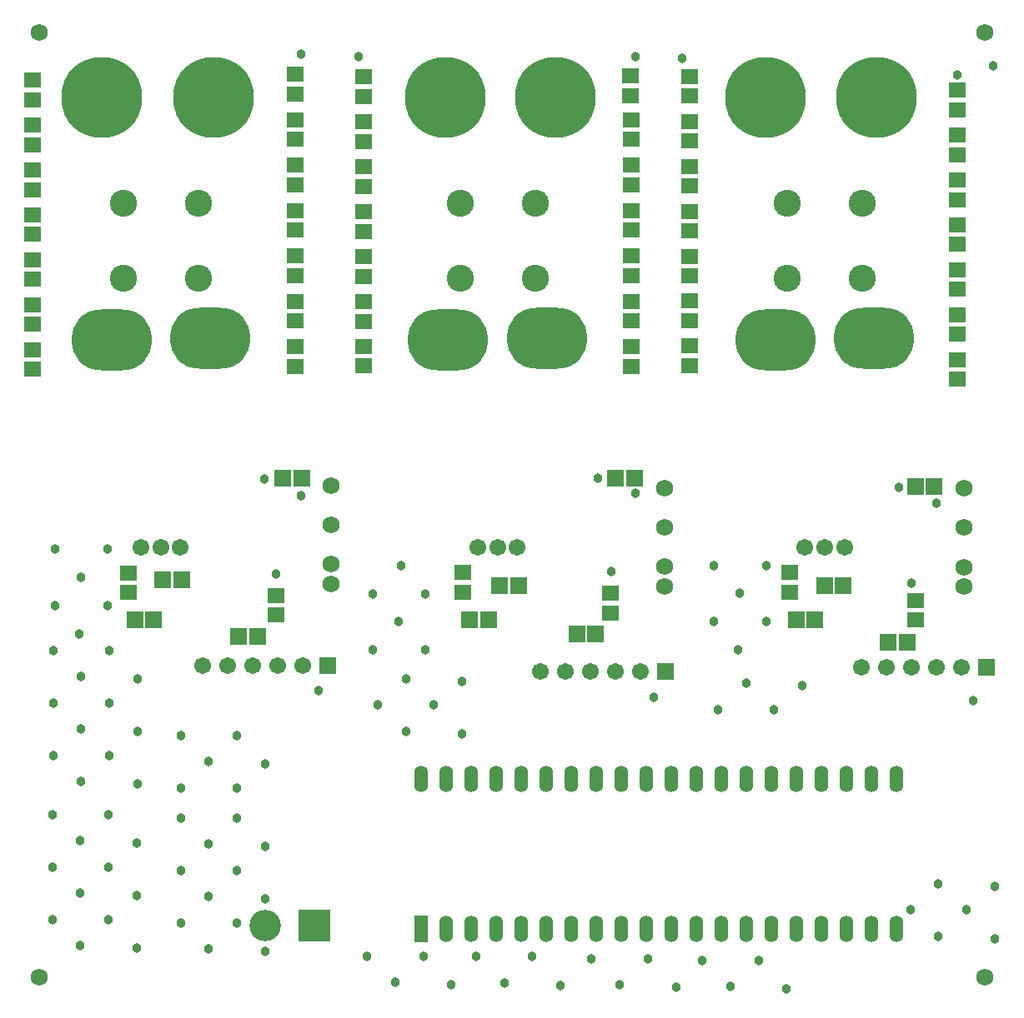
<source format=gts>
G04 Layer_Color=8388736*
%FSLAX25Y25*%
%MOIN*%
G70*
G01*
G75*
%ADD43R,0.06706X0.06312*%
%ADD44R,0.06706X0.07099*%
%ADD45C,0.12611*%
%ADD46R,0.12611X0.12611*%
%ADD47R,0.06706X0.06706*%
%ADD48C,0.06706*%
%ADD49R,0.05524X0.10642*%
%ADD50O,0.05524X0.10642*%
%ADD51C,0.06800*%
%ADD52O,0.32296X0.24422*%
%ADD53C,0.32296*%
%ADD54C,0.10800*%
%ADD55C,0.03800*%
%ADD56C,0.03950*%
%ADD57C,0.03162*%
D43*
X358300Y158437D02*
D03*
Y150563D02*
D03*
X236300Y161337D02*
D03*
Y153463D02*
D03*
X102700Y160437D02*
D03*
Y152563D02*
D03*
X374876Y354832D02*
D03*
Y362706D02*
D03*
Y336860D02*
D03*
Y344734D02*
D03*
Y318887D02*
D03*
Y326761D02*
D03*
Y300915D02*
D03*
Y308789D02*
D03*
Y282943D02*
D03*
Y290817D02*
D03*
Y264970D02*
D03*
Y272844D02*
D03*
Y246998D02*
D03*
Y254872D02*
D03*
X5300Y358826D02*
D03*
Y366700D02*
D03*
Y340854D02*
D03*
Y348728D02*
D03*
Y322881D02*
D03*
Y330755D02*
D03*
Y304909D02*
D03*
Y312783D02*
D03*
Y286936D02*
D03*
Y294810D02*
D03*
Y268964D02*
D03*
Y276838D02*
D03*
Y250991D02*
D03*
Y258865D02*
D03*
X267776Y360232D02*
D03*
Y368106D02*
D03*
Y342260D02*
D03*
Y350134D02*
D03*
Y324287D02*
D03*
Y332161D02*
D03*
Y306315D02*
D03*
Y314189D02*
D03*
Y288342D02*
D03*
Y296217D02*
D03*
Y270370D02*
D03*
Y278244D02*
D03*
Y252398D02*
D03*
Y260272D02*
D03*
X137500Y360063D02*
D03*
Y367937D02*
D03*
Y342091D02*
D03*
Y349965D02*
D03*
Y324118D02*
D03*
Y331992D02*
D03*
Y270201D02*
D03*
Y278075D02*
D03*
Y252228D02*
D03*
Y260102D02*
D03*
Y288173D02*
D03*
Y296047D02*
D03*
Y306146D02*
D03*
Y314020D02*
D03*
X307772Y161713D02*
D03*
Y169587D02*
D03*
X177358Y161713D02*
D03*
Y169587D02*
D03*
X43598Y161614D02*
D03*
Y169488D02*
D03*
X110134Y259941D02*
D03*
Y252067D02*
D03*
Y278110D02*
D03*
Y270236D02*
D03*
Y296280D02*
D03*
Y288405D02*
D03*
Y314449D02*
D03*
Y306575D02*
D03*
Y332618D02*
D03*
Y324744D02*
D03*
Y350787D02*
D03*
Y342913D02*
D03*
X244386Y259941D02*
D03*
Y252067D02*
D03*
Y278110D02*
D03*
Y270236D02*
D03*
Y296280D02*
D03*
Y288405D02*
D03*
Y314449D02*
D03*
Y306575D02*
D03*
Y332618D02*
D03*
Y324744D02*
D03*
Y350787D02*
D03*
Y342913D02*
D03*
X110232Y368996D02*
D03*
Y361122D02*
D03*
X244271Y368284D02*
D03*
Y360410D02*
D03*
D44*
X230240Y144900D02*
D03*
X222760D02*
D03*
X354840Y141600D02*
D03*
X347360D02*
D03*
X95140Y144000D02*
D03*
X87660D02*
D03*
X358220Y204100D02*
D03*
X365700D02*
D03*
X238260Y207300D02*
D03*
X245740D02*
D03*
X105260Y207500D02*
D03*
X112740D02*
D03*
X321860Y164300D02*
D03*
X329340D02*
D03*
X310429Y150787D02*
D03*
X317909D02*
D03*
X57260Y166600D02*
D03*
X64740D02*
D03*
X179917Y150787D02*
D03*
X187398D02*
D03*
X191960Y164300D02*
D03*
X199440D02*
D03*
X46059Y150689D02*
D03*
X53539D02*
D03*
D45*
X98257Y28300D02*
D03*
D46*
X117943D02*
D03*
D47*
X386700Y131600D02*
D03*
X258100Y129900D02*
D03*
X123300Y132400D02*
D03*
D48*
X376700Y131600D02*
D03*
X366700D02*
D03*
X356700D02*
D03*
X346700D02*
D03*
X336700D02*
D03*
X248100Y129900D02*
D03*
X238100D02*
D03*
X228100D02*
D03*
X218100D02*
D03*
X208100D02*
D03*
X113300Y132400D02*
D03*
X103300D02*
D03*
X93300D02*
D03*
X83300D02*
D03*
X73300D02*
D03*
X314005Y179855D02*
D03*
X329805D02*
D03*
X321898Y179805D02*
D03*
X183155Y179855D02*
D03*
X198955D02*
D03*
X191048Y179805D02*
D03*
X48553Y179855D02*
D03*
X64353D02*
D03*
X56445Y179805D02*
D03*
D49*
X160600Y27100D02*
D03*
D50*
X170600D02*
D03*
X180600D02*
D03*
X190600D02*
D03*
X200600D02*
D03*
X210600D02*
D03*
X220600D02*
D03*
X230600D02*
D03*
X240600D02*
D03*
X250600D02*
D03*
X260600D02*
D03*
X270600D02*
D03*
X280600D02*
D03*
X290600D02*
D03*
X300600D02*
D03*
X310600D02*
D03*
X320600D02*
D03*
X330600D02*
D03*
X340600D02*
D03*
X350600D02*
D03*
X160600Y87100D02*
D03*
X170600D02*
D03*
X180600D02*
D03*
X190600D02*
D03*
X200600D02*
D03*
X210600D02*
D03*
X220600D02*
D03*
X230600D02*
D03*
X240600D02*
D03*
X250600D02*
D03*
X260600D02*
D03*
X270600D02*
D03*
X280600D02*
D03*
X290600D02*
D03*
X300600D02*
D03*
X310600D02*
D03*
X320600D02*
D03*
X330600D02*
D03*
X340600D02*
D03*
X350600D02*
D03*
D51*
X124500Y165078D02*
D03*
Y172952D02*
D03*
Y188700D02*
D03*
Y204448D02*
D03*
X377600Y203348D02*
D03*
Y187600D02*
D03*
Y171852D02*
D03*
Y163978D02*
D03*
X257800Y203548D02*
D03*
Y187800D02*
D03*
Y172052D02*
D03*
Y164178D02*
D03*
X385827Y385827D02*
D03*
X385827Y7874D02*
D03*
X7874Y385827D02*
D03*
Y7874D02*
D03*
D52*
X341598Y263305D02*
D03*
X302213Y262720D02*
D03*
X210748Y263305D02*
D03*
X171363Y262720D02*
D03*
X76145Y263305D02*
D03*
X36760Y262720D02*
D03*
D53*
X342657Y359744D02*
D03*
X214366Y359744D02*
D03*
X298071Y359744D02*
D03*
X77500Y359744D02*
D03*
X170272Y359744D02*
D03*
X32815Y359744D02*
D03*
D54*
X306906Y287323D02*
D03*
X336906D02*
D03*
Y317323D02*
D03*
X306906D02*
D03*
X176055Y287421D02*
D03*
X206055D02*
D03*
Y317421D02*
D03*
X176055D02*
D03*
X41453Y287323D02*
D03*
X71453D02*
D03*
Y317323D02*
D03*
X41453D02*
D03*
D55*
X253663Y119737D02*
D03*
X119563Y122437D02*
D03*
X381037Y118337D02*
D03*
X356700Y165500D02*
D03*
X236400Y169900D02*
D03*
X102700Y169200D02*
D03*
X112700Y200500D02*
D03*
X97750Y207150D02*
D03*
X246100Y201300D02*
D03*
X231350Y207250D02*
D03*
X366700Y197400D02*
D03*
X351700Y203600D02*
D03*
X374876Y368776D02*
D03*
X389100Y372500D02*
D03*
X265000Y375500D02*
D03*
X135500Y376000D02*
D03*
X112496Y377165D02*
D03*
X246158Y376181D02*
D03*
X13400Y138400D02*
D03*
X24600Y127900D02*
D03*
Y106900D02*
D03*
X13400Y96400D02*
D03*
X24600Y85900D02*
D03*
X35800Y96400D02*
D03*
Y117400D02*
D03*
Y138400D02*
D03*
X47100Y85000D02*
D03*
Y106000D02*
D03*
Y127000D02*
D03*
X13400Y117400D02*
D03*
X13100Y51800D02*
D03*
X46800Y61400D02*
D03*
Y40400D02*
D03*
Y19400D02*
D03*
X35500Y72800D02*
D03*
Y51800D02*
D03*
Y30800D02*
D03*
X24300Y20300D02*
D03*
X13100Y30800D02*
D03*
X24300Y41300D02*
D03*
Y62300D02*
D03*
X13100Y72800D02*
D03*
X64400Y50500D02*
D03*
X98100Y60100D02*
D03*
Y39100D02*
D03*
Y18100D02*
D03*
X86800Y71500D02*
D03*
Y50500D02*
D03*
Y29500D02*
D03*
X75600Y19000D02*
D03*
X64400Y29500D02*
D03*
X75600Y40000D02*
D03*
Y61000D02*
D03*
X64400Y71500D02*
D03*
X273000Y14400D02*
D03*
X284200Y3900D02*
D03*
X295400Y14400D02*
D03*
X306700Y3000D02*
D03*
X228700Y15200D02*
D03*
X239900Y4700D02*
D03*
X251100Y15200D02*
D03*
X262400Y3800D02*
D03*
X182600Y15900D02*
D03*
X193800Y5400D02*
D03*
X205000Y15900D02*
D03*
X216300Y4500D02*
D03*
X139000Y16100D02*
D03*
X150200Y5600D02*
D03*
X161400Y16100D02*
D03*
X172700Y4700D02*
D03*
X367300Y45100D02*
D03*
X356100Y34600D02*
D03*
X367300Y24100D02*
D03*
X378500Y34600D02*
D03*
X389800Y23200D02*
D03*
Y44200D02*
D03*
X290400Y125300D02*
D03*
X279200Y114800D02*
D03*
X301600D02*
D03*
X312900Y124400D02*
D03*
X154500Y127100D02*
D03*
X143300Y116600D02*
D03*
X154500Y106100D02*
D03*
X165700Y116600D02*
D03*
X177000Y105200D02*
D03*
Y126200D02*
D03*
X64500Y104500D02*
D03*
X75700Y94000D02*
D03*
X86900Y83500D02*
D03*
Y104500D02*
D03*
X98200Y93100D02*
D03*
X64500Y83500D02*
D03*
X141200Y138800D02*
D03*
X151700Y150000D02*
D03*
X162200Y161200D02*
D03*
X141200D02*
D03*
X152600Y172500D02*
D03*
X162200Y138800D02*
D03*
X35200Y178900D02*
D03*
X24700Y167700D02*
D03*
X14200Y156500D02*
D03*
X35200D02*
D03*
X23800Y145200D02*
D03*
X14200Y178900D02*
D03*
X298500Y172500D02*
D03*
X288000Y161300D02*
D03*
X277500Y150100D02*
D03*
X298500D02*
D03*
X287100Y138800D02*
D03*
X277500Y172500D02*
D03*
D56*
X336613Y270648D02*
D03*
X346583Y255963D02*
D03*
X341313Y270748D02*
D03*
X346813Y270848D02*
D03*
X351913Y269548D02*
D03*
X354413Y265048D02*
D03*
X354213Y260048D02*
D03*
X350513Y256048D02*
D03*
X342413Y255748D02*
D03*
X336713Y256048D02*
D03*
X331613Y257148D02*
D03*
X328813Y261248D02*
D03*
X329113Y265948D02*
D03*
X332713Y269548D02*
D03*
X293328Y268963D02*
D03*
X289728Y265363D02*
D03*
X289428Y260663D02*
D03*
X292228Y256563D02*
D03*
X297328Y255463D02*
D03*
X303028Y255163D02*
D03*
X311128Y255463D02*
D03*
X314828Y259463D02*
D03*
X315028Y264463D02*
D03*
X312528Y268963D02*
D03*
X307428Y270263D02*
D03*
X301928Y270163D02*
D03*
X307198Y255378D02*
D03*
X297228Y270063D02*
D03*
X205763Y270648D02*
D03*
X215733Y255963D02*
D03*
X210463Y270748D02*
D03*
X215963Y270848D02*
D03*
X221063Y269548D02*
D03*
X223563Y265048D02*
D03*
X223363Y260048D02*
D03*
X219663Y256048D02*
D03*
X211563Y255748D02*
D03*
X205863Y256048D02*
D03*
X200763Y257148D02*
D03*
X197963Y261248D02*
D03*
X198263Y265948D02*
D03*
X201863Y269548D02*
D03*
X162478Y268963D02*
D03*
X158878Y265363D02*
D03*
X158578Y260663D02*
D03*
X161378Y256563D02*
D03*
X166478Y255463D02*
D03*
X172178Y255163D02*
D03*
X180278Y255463D02*
D03*
X183977Y259463D02*
D03*
X184177Y264463D02*
D03*
X181677Y268963D02*
D03*
X176577Y270263D02*
D03*
X171078Y270163D02*
D03*
X176348Y255378D02*
D03*
X166377Y270063D02*
D03*
X71160Y270648D02*
D03*
X81130Y255963D02*
D03*
X75860Y270748D02*
D03*
X81360Y270848D02*
D03*
X86460Y269548D02*
D03*
X88960Y265048D02*
D03*
X88760Y260048D02*
D03*
X85060Y256048D02*
D03*
X76960Y255748D02*
D03*
X71260Y256048D02*
D03*
X66160Y257148D02*
D03*
X63360Y261248D02*
D03*
X63660Y265948D02*
D03*
X67260Y269548D02*
D03*
X27875Y268963D02*
D03*
X24275Y265363D02*
D03*
X23975Y260663D02*
D03*
X26775Y256563D02*
D03*
X31875Y255463D02*
D03*
X37575Y255163D02*
D03*
X45675Y255463D02*
D03*
X49375Y259463D02*
D03*
X49575Y264463D02*
D03*
X47075Y268963D02*
D03*
X41975Y270263D02*
D03*
X36475Y270163D02*
D03*
X41745Y255378D02*
D03*
X31775Y270063D02*
D03*
D57*
X350458Y350644D02*
D03*
X333558Y351944D02*
D03*
X334858Y368844D02*
D03*
X351758Y367544D02*
D03*
X354958Y359744D02*
D03*
X342657Y347444D02*
D03*
X330358Y359744D02*
D03*
X342657Y372044D02*
D03*
X222166Y350644D02*
D03*
X205266Y351944D02*
D03*
X206566Y368844D02*
D03*
X223466Y367544D02*
D03*
X226666Y359744D02*
D03*
X214366Y347444D02*
D03*
X202066Y359744D02*
D03*
X214366Y372044D02*
D03*
X305871Y350644D02*
D03*
X288971Y351944D02*
D03*
X290271Y368844D02*
D03*
X307171Y367544D02*
D03*
X310371Y359744D02*
D03*
X298071Y347444D02*
D03*
X285771Y359744D02*
D03*
X298071Y372044D02*
D03*
X85300Y350644D02*
D03*
X68400Y351944D02*
D03*
X69700Y368844D02*
D03*
X86600Y367544D02*
D03*
X89800Y359744D02*
D03*
X77500Y347444D02*
D03*
X65200Y359744D02*
D03*
X77500Y372044D02*
D03*
X178072Y350644D02*
D03*
X161172Y351944D02*
D03*
X162472Y368844D02*
D03*
X179372Y367544D02*
D03*
X182572Y359744D02*
D03*
X170272Y347444D02*
D03*
X157972Y359744D02*
D03*
X170272Y372044D02*
D03*
X40615Y350644D02*
D03*
X23715Y351944D02*
D03*
X25015Y368844D02*
D03*
X41915Y367544D02*
D03*
X45115Y359744D02*
D03*
X32815Y347444D02*
D03*
X20515Y359744D02*
D03*
X32815Y372044D02*
D03*
M02*

</source>
